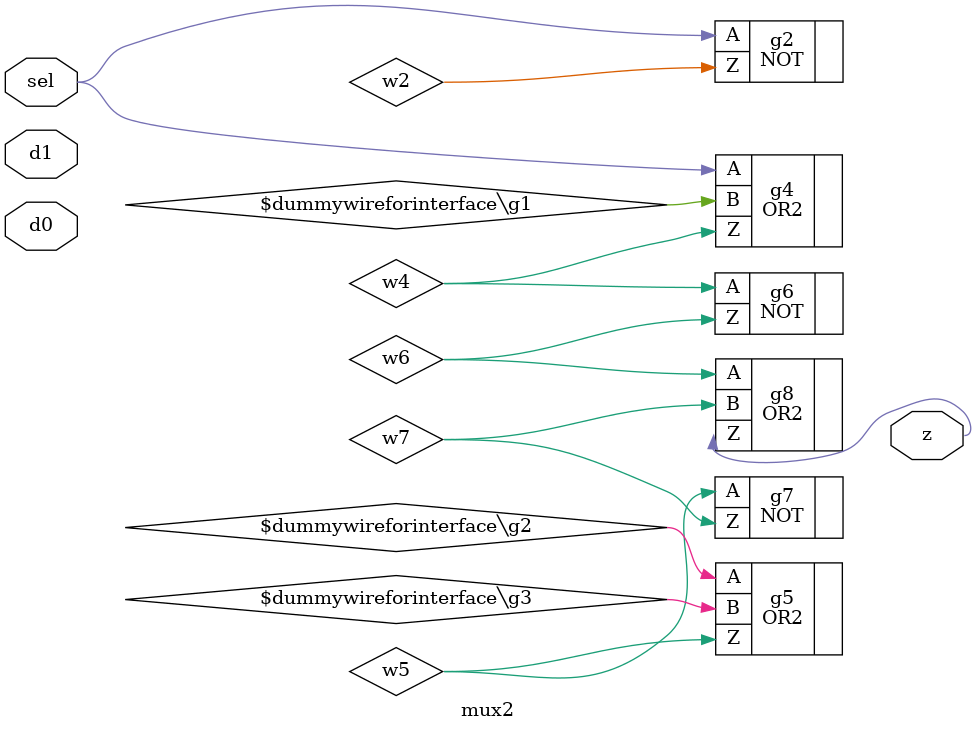
<source format=sv>
module mux2 (
    input logic d0,          // Data input 0
    input logic d1,          // Data input 1
    input logic sel,         // Select input
    output logic z           // Output
);

// Put your code here
// ------------------

    logic w1;
    logic w2;
    logic w3;
    logic w4;
    logic w5;
    logic w6;
    logic w7;

    NOT #(.Tpdlh(0), .Tpdhl(0)) g1 (.Z(w1), .A(d0));
    NOT #(.Tpdlh(0), .Tpdhl(0)) g2 (.Z(w2), .A(sel));
    NOT #(.Tpdlh(0), .Tpdhl(0)) g3 (.Z(w3), .A(d1));

    OR2 #(.Tpdlh(0), .Tpdhl(0)) g4 (.Z(w4), .A(sel), .B(g1));
    OR2 #(.Tpdlh(0), .Tpdhl(0)) g5 (.Z(w5), .A(g2), .B(g3));

    NOT #(.Tpdlh(0), .Tpdhl(0)) g6 (.Z(w6), .A(w4));
    NOT #(.Tpdlh(0), .Tpdhl(0)) g7 (.Z(w7), .A(w5));

    OR2 #(.Tpdlh(0), .Tpdhl(0)) g8 (.Z(z), .A(w6), .B(w7));

// End of your code

endmodule

</source>
